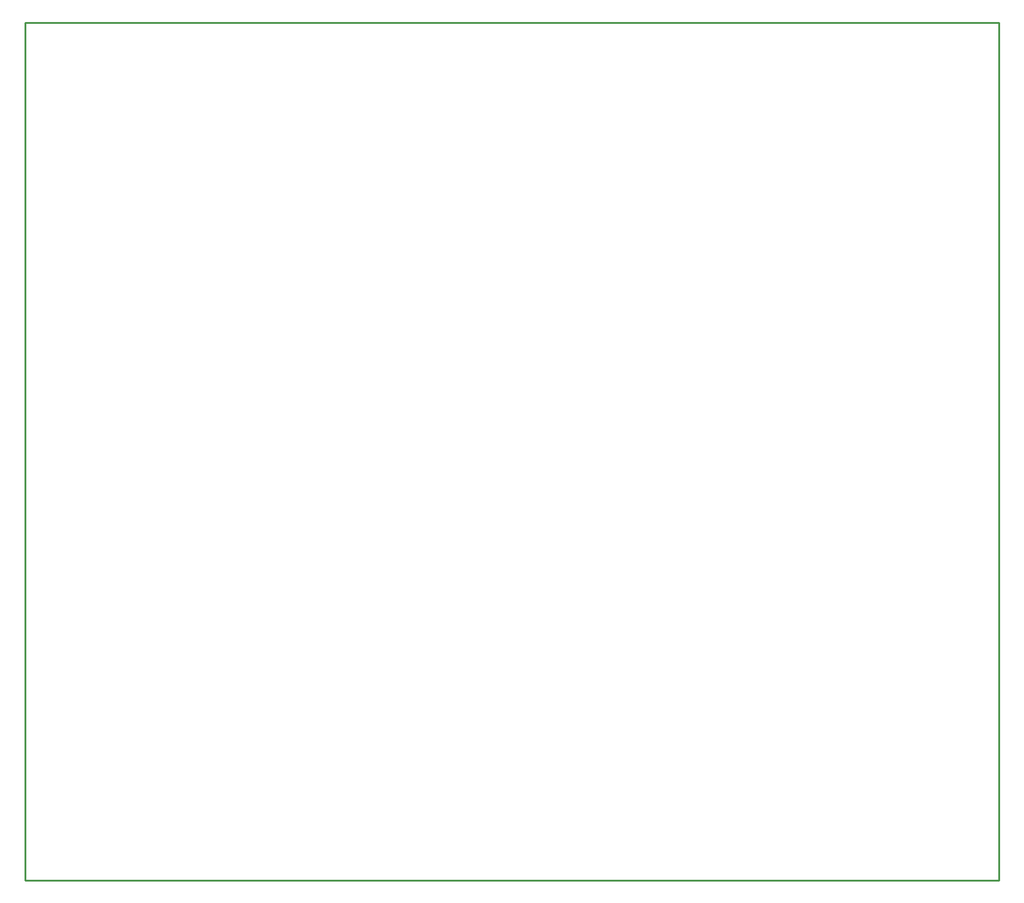
<source format=gko>
G04*
G04 #@! TF.GenerationSoftware,Altium Limited,Altium Designer,25.1.2 (22)*
G04*
G04 Layer_Color=16711935*
%FSLAX44Y44*%
%MOMM*%
G71*
G04*
G04 #@! TF.SameCoordinates,0FC80BA3-B051-4539-9073-6837C8DE60D5*
G04*
G04*
G04 #@! TF.FilePolarity,Positive*
G04*
G01*
G75*
%ADD11C,0.2540*%
D11*
X1574800Y1441450D02*
X1574800Y254000D01*
X228600D02*
X1574800D01*
X228600Y1441450D02*
X1574800D01*
X228600D02*
X228600Y254000D01*
M02*

</source>
